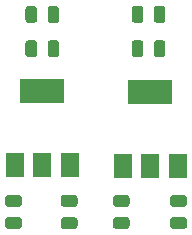
<source format=gbr>
G04 #@! TF.GenerationSoftware,KiCad,Pcbnew,5.1.5-52549c5~86~ubuntu16.04.1*
G04 #@! TF.CreationDate,2020-11-24T20:56:35+05:30*
G04 #@! TF.ProjectId,DC-DC 12V to 3.3V 5V Multi Output Voltage Conversion V1.0,44432d44-4320-4313-9256-20746f20332e,V1.0*
G04 #@! TF.SameCoordinates,Original*
G04 #@! TF.FileFunction,Paste,Top*
G04 #@! TF.FilePolarity,Positive*
%FSLAX46Y46*%
G04 Gerber Fmt 4.6, Leading zero omitted, Abs format (unit mm)*
G04 Created by KiCad (PCBNEW 5.1.5-52549c5~86~ubuntu16.04.1) date 2020-11-24 20:56:35*
%MOMM*%
%LPD*%
G04 APERTURE LIST*
%ADD10R,1.500000X2.000000*%
%ADD11R,3.800000X2.000000*%
%ADD12C,0.100000*%
G04 APERTURE END LIST*
D10*
X141972000Y-91973800D03*
X146572000Y-91973800D03*
X144272000Y-91973800D03*
D11*
X144272000Y-85673800D03*
D10*
X132828000Y-91910300D03*
X137428000Y-91910300D03*
X135128000Y-91910300D03*
D11*
X135128000Y-85610300D03*
D12*
G36*
X145326042Y-78422174D02*
G01*
X145349703Y-78425684D01*
X145372907Y-78431496D01*
X145395429Y-78439554D01*
X145417053Y-78449782D01*
X145437570Y-78462079D01*
X145456783Y-78476329D01*
X145474507Y-78492393D01*
X145490571Y-78510117D01*
X145504821Y-78529330D01*
X145517118Y-78549847D01*
X145527346Y-78571471D01*
X145535404Y-78593993D01*
X145541216Y-78617197D01*
X145544726Y-78640858D01*
X145545900Y-78664750D01*
X145545900Y-79577250D01*
X145544726Y-79601142D01*
X145541216Y-79624803D01*
X145535404Y-79648007D01*
X145527346Y-79670529D01*
X145517118Y-79692153D01*
X145504821Y-79712670D01*
X145490571Y-79731883D01*
X145474507Y-79749607D01*
X145456783Y-79765671D01*
X145437570Y-79779921D01*
X145417053Y-79792218D01*
X145395429Y-79802446D01*
X145372907Y-79810504D01*
X145349703Y-79816316D01*
X145326042Y-79819826D01*
X145302150Y-79821000D01*
X144814650Y-79821000D01*
X144790758Y-79819826D01*
X144767097Y-79816316D01*
X144743893Y-79810504D01*
X144721371Y-79802446D01*
X144699747Y-79792218D01*
X144679230Y-79779921D01*
X144660017Y-79765671D01*
X144642293Y-79749607D01*
X144626229Y-79731883D01*
X144611979Y-79712670D01*
X144599682Y-79692153D01*
X144589454Y-79670529D01*
X144581396Y-79648007D01*
X144575584Y-79624803D01*
X144572074Y-79601142D01*
X144570900Y-79577250D01*
X144570900Y-78664750D01*
X144572074Y-78640858D01*
X144575584Y-78617197D01*
X144581396Y-78593993D01*
X144589454Y-78571471D01*
X144599682Y-78549847D01*
X144611979Y-78529330D01*
X144626229Y-78510117D01*
X144642293Y-78492393D01*
X144660017Y-78476329D01*
X144679230Y-78462079D01*
X144699747Y-78449782D01*
X144721371Y-78439554D01*
X144743893Y-78431496D01*
X144767097Y-78425684D01*
X144790758Y-78422174D01*
X144814650Y-78421000D01*
X145302150Y-78421000D01*
X145326042Y-78422174D01*
G37*
G36*
X143451042Y-78422174D02*
G01*
X143474703Y-78425684D01*
X143497907Y-78431496D01*
X143520429Y-78439554D01*
X143542053Y-78449782D01*
X143562570Y-78462079D01*
X143581783Y-78476329D01*
X143599507Y-78492393D01*
X143615571Y-78510117D01*
X143629821Y-78529330D01*
X143642118Y-78549847D01*
X143652346Y-78571471D01*
X143660404Y-78593993D01*
X143666216Y-78617197D01*
X143669726Y-78640858D01*
X143670900Y-78664750D01*
X143670900Y-79577250D01*
X143669726Y-79601142D01*
X143666216Y-79624803D01*
X143660404Y-79648007D01*
X143652346Y-79670529D01*
X143642118Y-79692153D01*
X143629821Y-79712670D01*
X143615571Y-79731883D01*
X143599507Y-79749607D01*
X143581783Y-79765671D01*
X143562570Y-79779921D01*
X143542053Y-79792218D01*
X143520429Y-79802446D01*
X143497907Y-79810504D01*
X143474703Y-79816316D01*
X143451042Y-79819826D01*
X143427150Y-79821000D01*
X142939650Y-79821000D01*
X142915758Y-79819826D01*
X142892097Y-79816316D01*
X142868893Y-79810504D01*
X142846371Y-79802446D01*
X142824747Y-79792218D01*
X142804230Y-79779921D01*
X142785017Y-79765671D01*
X142767293Y-79749607D01*
X142751229Y-79731883D01*
X142736979Y-79712670D01*
X142724682Y-79692153D01*
X142714454Y-79670529D01*
X142706396Y-79648007D01*
X142700584Y-79624803D01*
X142697074Y-79601142D01*
X142695900Y-79577250D01*
X142695900Y-78664750D01*
X142697074Y-78640858D01*
X142700584Y-78617197D01*
X142706396Y-78593993D01*
X142714454Y-78571471D01*
X142724682Y-78549847D01*
X142736979Y-78529330D01*
X142751229Y-78510117D01*
X142767293Y-78492393D01*
X142785017Y-78476329D01*
X142804230Y-78462079D01*
X142824747Y-78449782D01*
X142846371Y-78439554D01*
X142868893Y-78431496D01*
X142892097Y-78425684D01*
X142915758Y-78422174D01*
X142939650Y-78421000D01*
X143427150Y-78421000D01*
X143451042Y-78422174D01*
G37*
G36*
X136326042Y-78434874D02*
G01*
X136349703Y-78438384D01*
X136372907Y-78444196D01*
X136395429Y-78452254D01*
X136417053Y-78462482D01*
X136437570Y-78474779D01*
X136456783Y-78489029D01*
X136474507Y-78505093D01*
X136490571Y-78522817D01*
X136504821Y-78542030D01*
X136517118Y-78562547D01*
X136527346Y-78584171D01*
X136535404Y-78606693D01*
X136541216Y-78629897D01*
X136544726Y-78653558D01*
X136545900Y-78677450D01*
X136545900Y-79589950D01*
X136544726Y-79613842D01*
X136541216Y-79637503D01*
X136535404Y-79660707D01*
X136527346Y-79683229D01*
X136517118Y-79704853D01*
X136504821Y-79725370D01*
X136490571Y-79744583D01*
X136474507Y-79762307D01*
X136456783Y-79778371D01*
X136437570Y-79792621D01*
X136417053Y-79804918D01*
X136395429Y-79815146D01*
X136372907Y-79823204D01*
X136349703Y-79829016D01*
X136326042Y-79832526D01*
X136302150Y-79833700D01*
X135814650Y-79833700D01*
X135790758Y-79832526D01*
X135767097Y-79829016D01*
X135743893Y-79823204D01*
X135721371Y-79815146D01*
X135699747Y-79804918D01*
X135679230Y-79792621D01*
X135660017Y-79778371D01*
X135642293Y-79762307D01*
X135626229Y-79744583D01*
X135611979Y-79725370D01*
X135599682Y-79704853D01*
X135589454Y-79683229D01*
X135581396Y-79660707D01*
X135575584Y-79637503D01*
X135572074Y-79613842D01*
X135570900Y-79589950D01*
X135570900Y-78677450D01*
X135572074Y-78653558D01*
X135575584Y-78629897D01*
X135581396Y-78606693D01*
X135589454Y-78584171D01*
X135599682Y-78562547D01*
X135611979Y-78542030D01*
X135626229Y-78522817D01*
X135642293Y-78505093D01*
X135660017Y-78489029D01*
X135679230Y-78474779D01*
X135699747Y-78462482D01*
X135721371Y-78452254D01*
X135743893Y-78444196D01*
X135767097Y-78438384D01*
X135790758Y-78434874D01*
X135814650Y-78433700D01*
X136302150Y-78433700D01*
X136326042Y-78434874D01*
G37*
G36*
X134451042Y-78434874D02*
G01*
X134474703Y-78438384D01*
X134497907Y-78444196D01*
X134520429Y-78452254D01*
X134542053Y-78462482D01*
X134562570Y-78474779D01*
X134581783Y-78489029D01*
X134599507Y-78505093D01*
X134615571Y-78522817D01*
X134629821Y-78542030D01*
X134642118Y-78562547D01*
X134652346Y-78584171D01*
X134660404Y-78606693D01*
X134666216Y-78629897D01*
X134669726Y-78653558D01*
X134670900Y-78677450D01*
X134670900Y-79589950D01*
X134669726Y-79613842D01*
X134666216Y-79637503D01*
X134660404Y-79660707D01*
X134652346Y-79683229D01*
X134642118Y-79704853D01*
X134629821Y-79725370D01*
X134615571Y-79744583D01*
X134599507Y-79762307D01*
X134581783Y-79778371D01*
X134562570Y-79792621D01*
X134542053Y-79804918D01*
X134520429Y-79815146D01*
X134497907Y-79823204D01*
X134474703Y-79829016D01*
X134451042Y-79832526D01*
X134427150Y-79833700D01*
X133939650Y-79833700D01*
X133915758Y-79832526D01*
X133892097Y-79829016D01*
X133868893Y-79823204D01*
X133846371Y-79815146D01*
X133824747Y-79804918D01*
X133804230Y-79792621D01*
X133785017Y-79778371D01*
X133767293Y-79762307D01*
X133751229Y-79744583D01*
X133736979Y-79725370D01*
X133724682Y-79704853D01*
X133714454Y-79683229D01*
X133706396Y-79660707D01*
X133700584Y-79637503D01*
X133697074Y-79613842D01*
X133695900Y-79589950D01*
X133695900Y-78677450D01*
X133697074Y-78653558D01*
X133700584Y-78629897D01*
X133706396Y-78606693D01*
X133714454Y-78584171D01*
X133724682Y-78562547D01*
X133736979Y-78542030D01*
X133751229Y-78522817D01*
X133767293Y-78505093D01*
X133785017Y-78489029D01*
X133804230Y-78474779D01*
X133824747Y-78462482D01*
X133846371Y-78452254D01*
X133868893Y-78444196D01*
X133892097Y-78438384D01*
X133915758Y-78434874D01*
X133939650Y-78433700D01*
X134427150Y-78433700D01*
X134451042Y-78434874D01*
G37*
G36*
X147139742Y-94426674D02*
G01*
X147163403Y-94430184D01*
X147186607Y-94435996D01*
X147209129Y-94444054D01*
X147230753Y-94454282D01*
X147251270Y-94466579D01*
X147270483Y-94480829D01*
X147288207Y-94496893D01*
X147304271Y-94514617D01*
X147318521Y-94533830D01*
X147330818Y-94554347D01*
X147341046Y-94575971D01*
X147349104Y-94598493D01*
X147354916Y-94621697D01*
X147358426Y-94645358D01*
X147359600Y-94669250D01*
X147359600Y-95156750D01*
X147358426Y-95180642D01*
X147354916Y-95204303D01*
X147349104Y-95227507D01*
X147341046Y-95250029D01*
X147330818Y-95271653D01*
X147318521Y-95292170D01*
X147304271Y-95311383D01*
X147288207Y-95329107D01*
X147270483Y-95345171D01*
X147251270Y-95359421D01*
X147230753Y-95371718D01*
X147209129Y-95381946D01*
X147186607Y-95390004D01*
X147163403Y-95395816D01*
X147139742Y-95399326D01*
X147115850Y-95400500D01*
X146203350Y-95400500D01*
X146179458Y-95399326D01*
X146155797Y-95395816D01*
X146132593Y-95390004D01*
X146110071Y-95381946D01*
X146088447Y-95371718D01*
X146067930Y-95359421D01*
X146048717Y-95345171D01*
X146030993Y-95329107D01*
X146014929Y-95311383D01*
X146000679Y-95292170D01*
X145988382Y-95271653D01*
X145978154Y-95250029D01*
X145970096Y-95227507D01*
X145964284Y-95204303D01*
X145960774Y-95180642D01*
X145959600Y-95156750D01*
X145959600Y-94669250D01*
X145960774Y-94645358D01*
X145964284Y-94621697D01*
X145970096Y-94598493D01*
X145978154Y-94575971D01*
X145988382Y-94554347D01*
X146000679Y-94533830D01*
X146014929Y-94514617D01*
X146030993Y-94496893D01*
X146048717Y-94480829D01*
X146067930Y-94466579D01*
X146088447Y-94454282D01*
X146110071Y-94444054D01*
X146132593Y-94435996D01*
X146155797Y-94430184D01*
X146179458Y-94426674D01*
X146203350Y-94425500D01*
X147115850Y-94425500D01*
X147139742Y-94426674D01*
G37*
G36*
X147139742Y-96301674D02*
G01*
X147163403Y-96305184D01*
X147186607Y-96310996D01*
X147209129Y-96319054D01*
X147230753Y-96329282D01*
X147251270Y-96341579D01*
X147270483Y-96355829D01*
X147288207Y-96371893D01*
X147304271Y-96389617D01*
X147318521Y-96408830D01*
X147330818Y-96429347D01*
X147341046Y-96450971D01*
X147349104Y-96473493D01*
X147354916Y-96496697D01*
X147358426Y-96520358D01*
X147359600Y-96544250D01*
X147359600Y-97031750D01*
X147358426Y-97055642D01*
X147354916Y-97079303D01*
X147349104Y-97102507D01*
X147341046Y-97125029D01*
X147330818Y-97146653D01*
X147318521Y-97167170D01*
X147304271Y-97186383D01*
X147288207Y-97204107D01*
X147270483Y-97220171D01*
X147251270Y-97234421D01*
X147230753Y-97246718D01*
X147209129Y-97256946D01*
X147186607Y-97265004D01*
X147163403Y-97270816D01*
X147139742Y-97274326D01*
X147115850Y-97275500D01*
X146203350Y-97275500D01*
X146179458Y-97274326D01*
X146155797Y-97270816D01*
X146132593Y-97265004D01*
X146110071Y-97256946D01*
X146088447Y-97246718D01*
X146067930Y-97234421D01*
X146048717Y-97220171D01*
X146030993Y-97204107D01*
X146014929Y-97186383D01*
X146000679Y-97167170D01*
X145988382Y-97146653D01*
X145978154Y-97125029D01*
X145970096Y-97102507D01*
X145964284Y-97079303D01*
X145960774Y-97055642D01*
X145959600Y-97031750D01*
X145959600Y-96544250D01*
X145960774Y-96520358D01*
X145964284Y-96496697D01*
X145970096Y-96473493D01*
X145978154Y-96450971D01*
X145988382Y-96429347D01*
X146000679Y-96408830D01*
X146014929Y-96389617D01*
X146030993Y-96371893D01*
X146048717Y-96355829D01*
X146067930Y-96341579D01*
X146088447Y-96329282D01*
X146110071Y-96319054D01*
X146132593Y-96310996D01*
X146155797Y-96305184D01*
X146179458Y-96301674D01*
X146203350Y-96300500D01*
X147115850Y-96300500D01*
X147139742Y-96301674D01*
G37*
G36*
X142288342Y-94426674D02*
G01*
X142312003Y-94430184D01*
X142335207Y-94435996D01*
X142357729Y-94444054D01*
X142379353Y-94454282D01*
X142399870Y-94466579D01*
X142419083Y-94480829D01*
X142436807Y-94496893D01*
X142452871Y-94514617D01*
X142467121Y-94533830D01*
X142479418Y-94554347D01*
X142489646Y-94575971D01*
X142497704Y-94598493D01*
X142503516Y-94621697D01*
X142507026Y-94645358D01*
X142508200Y-94669250D01*
X142508200Y-95156750D01*
X142507026Y-95180642D01*
X142503516Y-95204303D01*
X142497704Y-95227507D01*
X142489646Y-95250029D01*
X142479418Y-95271653D01*
X142467121Y-95292170D01*
X142452871Y-95311383D01*
X142436807Y-95329107D01*
X142419083Y-95345171D01*
X142399870Y-95359421D01*
X142379353Y-95371718D01*
X142357729Y-95381946D01*
X142335207Y-95390004D01*
X142312003Y-95395816D01*
X142288342Y-95399326D01*
X142264450Y-95400500D01*
X141351950Y-95400500D01*
X141328058Y-95399326D01*
X141304397Y-95395816D01*
X141281193Y-95390004D01*
X141258671Y-95381946D01*
X141237047Y-95371718D01*
X141216530Y-95359421D01*
X141197317Y-95345171D01*
X141179593Y-95329107D01*
X141163529Y-95311383D01*
X141149279Y-95292170D01*
X141136982Y-95271653D01*
X141126754Y-95250029D01*
X141118696Y-95227507D01*
X141112884Y-95204303D01*
X141109374Y-95180642D01*
X141108200Y-95156750D01*
X141108200Y-94669250D01*
X141109374Y-94645358D01*
X141112884Y-94621697D01*
X141118696Y-94598493D01*
X141126754Y-94575971D01*
X141136982Y-94554347D01*
X141149279Y-94533830D01*
X141163529Y-94514617D01*
X141179593Y-94496893D01*
X141197317Y-94480829D01*
X141216530Y-94466579D01*
X141237047Y-94454282D01*
X141258671Y-94444054D01*
X141281193Y-94435996D01*
X141304397Y-94430184D01*
X141328058Y-94426674D01*
X141351950Y-94425500D01*
X142264450Y-94425500D01*
X142288342Y-94426674D01*
G37*
G36*
X142288342Y-96301674D02*
G01*
X142312003Y-96305184D01*
X142335207Y-96310996D01*
X142357729Y-96319054D01*
X142379353Y-96329282D01*
X142399870Y-96341579D01*
X142419083Y-96355829D01*
X142436807Y-96371893D01*
X142452871Y-96389617D01*
X142467121Y-96408830D01*
X142479418Y-96429347D01*
X142489646Y-96450971D01*
X142497704Y-96473493D01*
X142503516Y-96496697D01*
X142507026Y-96520358D01*
X142508200Y-96544250D01*
X142508200Y-97031750D01*
X142507026Y-97055642D01*
X142503516Y-97079303D01*
X142497704Y-97102507D01*
X142489646Y-97125029D01*
X142479418Y-97146653D01*
X142467121Y-97167170D01*
X142452871Y-97186383D01*
X142436807Y-97204107D01*
X142419083Y-97220171D01*
X142399870Y-97234421D01*
X142379353Y-97246718D01*
X142357729Y-97256946D01*
X142335207Y-97265004D01*
X142312003Y-97270816D01*
X142288342Y-97274326D01*
X142264450Y-97275500D01*
X141351950Y-97275500D01*
X141328058Y-97274326D01*
X141304397Y-97270816D01*
X141281193Y-97265004D01*
X141258671Y-97256946D01*
X141237047Y-97246718D01*
X141216530Y-97234421D01*
X141197317Y-97220171D01*
X141179593Y-97204107D01*
X141163529Y-97186383D01*
X141149279Y-97167170D01*
X141136982Y-97146653D01*
X141126754Y-97125029D01*
X141118696Y-97102507D01*
X141112884Y-97079303D01*
X141109374Y-97055642D01*
X141108200Y-97031750D01*
X141108200Y-96544250D01*
X141109374Y-96520358D01*
X141112884Y-96496697D01*
X141118696Y-96473493D01*
X141126754Y-96450971D01*
X141136982Y-96429347D01*
X141149279Y-96408830D01*
X141163529Y-96389617D01*
X141179593Y-96371893D01*
X141197317Y-96355829D01*
X141216530Y-96341579D01*
X141237047Y-96329282D01*
X141258671Y-96319054D01*
X141281193Y-96310996D01*
X141304397Y-96305184D01*
X141328058Y-96301674D01*
X141351950Y-96300500D01*
X142264450Y-96300500D01*
X142288342Y-96301674D01*
G37*
G36*
X133157042Y-94426674D02*
G01*
X133180703Y-94430184D01*
X133203907Y-94435996D01*
X133226429Y-94444054D01*
X133248053Y-94454282D01*
X133268570Y-94466579D01*
X133287783Y-94480829D01*
X133305507Y-94496893D01*
X133321571Y-94514617D01*
X133335821Y-94533830D01*
X133348118Y-94554347D01*
X133358346Y-94575971D01*
X133366404Y-94598493D01*
X133372216Y-94621697D01*
X133375726Y-94645358D01*
X133376900Y-94669250D01*
X133376900Y-95156750D01*
X133375726Y-95180642D01*
X133372216Y-95204303D01*
X133366404Y-95227507D01*
X133358346Y-95250029D01*
X133348118Y-95271653D01*
X133335821Y-95292170D01*
X133321571Y-95311383D01*
X133305507Y-95329107D01*
X133287783Y-95345171D01*
X133268570Y-95359421D01*
X133248053Y-95371718D01*
X133226429Y-95381946D01*
X133203907Y-95390004D01*
X133180703Y-95395816D01*
X133157042Y-95399326D01*
X133133150Y-95400500D01*
X132220650Y-95400500D01*
X132196758Y-95399326D01*
X132173097Y-95395816D01*
X132149893Y-95390004D01*
X132127371Y-95381946D01*
X132105747Y-95371718D01*
X132085230Y-95359421D01*
X132066017Y-95345171D01*
X132048293Y-95329107D01*
X132032229Y-95311383D01*
X132017979Y-95292170D01*
X132005682Y-95271653D01*
X131995454Y-95250029D01*
X131987396Y-95227507D01*
X131981584Y-95204303D01*
X131978074Y-95180642D01*
X131976900Y-95156750D01*
X131976900Y-94669250D01*
X131978074Y-94645358D01*
X131981584Y-94621697D01*
X131987396Y-94598493D01*
X131995454Y-94575971D01*
X132005682Y-94554347D01*
X132017979Y-94533830D01*
X132032229Y-94514617D01*
X132048293Y-94496893D01*
X132066017Y-94480829D01*
X132085230Y-94466579D01*
X132105747Y-94454282D01*
X132127371Y-94444054D01*
X132149893Y-94435996D01*
X132173097Y-94430184D01*
X132196758Y-94426674D01*
X132220650Y-94425500D01*
X133133150Y-94425500D01*
X133157042Y-94426674D01*
G37*
G36*
X133157042Y-96301674D02*
G01*
X133180703Y-96305184D01*
X133203907Y-96310996D01*
X133226429Y-96319054D01*
X133248053Y-96329282D01*
X133268570Y-96341579D01*
X133287783Y-96355829D01*
X133305507Y-96371893D01*
X133321571Y-96389617D01*
X133335821Y-96408830D01*
X133348118Y-96429347D01*
X133358346Y-96450971D01*
X133366404Y-96473493D01*
X133372216Y-96496697D01*
X133375726Y-96520358D01*
X133376900Y-96544250D01*
X133376900Y-97031750D01*
X133375726Y-97055642D01*
X133372216Y-97079303D01*
X133366404Y-97102507D01*
X133358346Y-97125029D01*
X133348118Y-97146653D01*
X133335821Y-97167170D01*
X133321571Y-97186383D01*
X133305507Y-97204107D01*
X133287783Y-97220171D01*
X133268570Y-97234421D01*
X133248053Y-97246718D01*
X133226429Y-97256946D01*
X133203907Y-97265004D01*
X133180703Y-97270816D01*
X133157042Y-97274326D01*
X133133150Y-97275500D01*
X132220650Y-97275500D01*
X132196758Y-97274326D01*
X132173097Y-97270816D01*
X132149893Y-97265004D01*
X132127371Y-97256946D01*
X132105747Y-97246718D01*
X132085230Y-97234421D01*
X132066017Y-97220171D01*
X132048293Y-97204107D01*
X132032229Y-97186383D01*
X132017979Y-97167170D01*
X132005682Y-97146653D01*
X131995454Y-97125029D01*
X131987396Y-97102507D01*
X131981584Y-97079303D01*
X131978074Y-97055642D01*
X131976900Y-97031750D01*
X131976900Y-96544250D01*
X131978074Y-96520358D01*
X131981584Y-96496697D01*
X131987396Y-96473493D01*
X131995454Y-96450971D01*
X132005682Y-96429347D01*
X132017979Y-96408830D01*
X132032229Y-96389617D01*
X132048293Y-96371893D01*
X132066017Y-96355829D01*
X132085230Y-96341579D01*
X132105747Y-96329282D01*
X132127371Y-96319054D01*
X132149893Y-96310996D01*
X132173097Y-96305184D01*
X132196758Y-96301674D01*
X132220650Y-96300500D01*
X133133150Y-96300500D01*
X133157042Y-96301674D01*
G37*
G36*
X137881442Y-94426674D02*
G01*
X137905103Y-94430184D01*
X137928307Y-94435996D01*
X137950829Y-94444054D01*
X137972453Y-94454282D01*
X137992970Y-94466579D01*
X138012183Y-94480829D01*
X138029907Y-94496893D01*
X138045971Y-94514617D01*
X138060221Y-94533830D01*
X138072518Y-94554347D01*
X138082746Y-94575971D01*
X138090804Y-94598493D01*
X138096616Y-94621697D01*
X138100126Y-94645358D01*
X138101300Y-94669250D01*
X138101300Y-95156750D01*
X138100126Y-95180642D01*
X138096616Y-95204303D01*
X138090804Y-95227507D01*
X138082746Y-95250029D01*
X138072518Y-95271653D01*
X138060221Y-95292170D01*
X138045971Y-95311383D01*
X138029907Y-95329107D01*
X138012183Y-95345171D01*
X137992970Y-95359421D01*
X137972453Y-95371718D01*
X137950829Y-95381946D01*
X137928307Y-95390004D01*
X137905103Y-95395816D01*
X137881442Y-95399326D01*
X137857550Y-95400500D01*
X136945050Y-95400500D01*
X136921158Y-95399326D01*
X136897497Y-95395816D01*
X136874293Y-95390004D01*
X136851771Y-95381946D01*
X136830147Y-95371718D01*
X136809630Y-95359421D01*
X136790417Y-95345171D01*
X136772693Y-95329107D01*
X136756629Y-95311383D01*
X136742379Y-95292170D01*
X136730082Y-95271653D01*
X136719854Y-95250029D01*
X136711796Y-95227507D01*
X136705984Y-95204303D01*
X136702474Y-95180642D01*
X136701300Y-95156750D01*
X136701300Y-94669250D01*
X136702474Y-94645358D01*
X136705984Y-94621697D01*
X136711796Y-94598493D01*
X136719854Y-94575971D01*
X136730082Y-94554347D01*
X136742379Y-94533830D01*
X136756629Y-94514617D01*
X136772693Y-94496893D01*
X136790417Y-94480829D01*
X136809630Y-94466579D01*
X136830147Y-94454282D01*
X136851771Y-94444054D01*
X136874293Y-94435996D01*
X136897497Y-94430184D01*
X136921158Y-94426674D01*
X136945050Y-94425500D01*
X137857550Y-94425500D01*
X137881442Y-94426674D01*
G37*
G36*
X137881442Y-96301674D02*
G01*
X137905103Y-96305184D01*
X137928307Y-96310996D01*
X137950829Y-96319054D01*
X137972453Y-96329282D01*
X137992970Y-96341579D01*
X138012183Y-96355829D01*
X138029907Y-96371893D01*
X138045971Y-96389617D01*
X138060221Y-96408830D01*
X138072518Y-96429347D01*
X138082746Y-96450971D01*
X138090804Y-96473493D01*
X138096616Y-96496697D01*
X138100126Y-96520358D01*
X138101300Y-96544250D01*
X138101300Y-97031750D01*
X138100126Y-97055642D01*
X138096616Y-97079303D01*
X138090804Y-97102507D01*
X138082746Y-97125029D01*
X138072518Y-97146653D01*
X138060221Y-97167170D01*
X138045971Y-97186383D01*
X138029907Y-97204107D01*
X138012183Y-97220171D01*
X137992970Y-97234421D01*
X137972453Y-97246718D01*
X137950829Y-97256946D01*
X137928307Y-97265004D01*
X137905103Y-97270816D01*
X137881442Y-97274326D01*
X137857550Y-97275500D01*
X136945050Y-97275500D01*
X136921158Y-97274326D01*
X136897497Y-97270816D01*
X136874293Y-97265004D01*
X136851771Y-97256946D01*
X136830147Y-97246718D01*
X136809630Y-97234421D01*
X136790417Y-97220171D01*
X136772693Y-97204107D01*
X136756629Y-97186383D01*
X136742379Y-97167170D01*
X136730082Y-97146653D01*
X136719854Y-97125029D01*
X136711796Y-97102507D01*
X136705984Y-97079303D01*
X136702474Y-97055642D01*
X136701300Y-97031750D01*
X136701300Y-96544250D01*
X136702474Y-96520358D01*
X136705984Y-96496697D01*
X136711796Y-96473493D01*
X136719854Y-96450971D01*
X136730082Y-96429347D01*
X136742379Y-96408830D01*
X136756629Y-96389617D01*
X136772693Y-96371893D01*
X136790417Y-96355829D01*
X136809630Y-96341579D01*
X136830147Y-96329282D01*
X136851771Y-96319054D01*
X136874293Y-96310996D01*
X136897497Y-96305184D01*
X136921158Y-96301674D01*
X136945050Y-96300500D01*
X137857550Y-96300500D01*
X137881442Y-96301674D01*
G37*
G36*
X134451042Y-81328074D02*
G01*
X134474703Y-81331584D01*
X134497907Y-81337396D01*
X134520429Y-81345454D01*
X134542053Y-81355682D01*
X134562570Y-81367979D01*
X134581783Y-81382229D01*
X134599507Y-81398293D01*
X134615571Y-81416017D01*
X134629821Y-81435230D01*
X134642118Y-81455747D01*
X134652346Y-81477371D01*
X134660404Y-81499893D01*
X134666216Y-81523097D01*
X134669726Y-81546758D01*
X134670900Y-81570650D01*
X134670900Y-82483150D01*
X134669726Y-82507042D01*
X134666216Y-82530703D01*
X134660404Y-82553907D01*
X134652346Y-82576429D01*
X134642118Y-82598053D01*
X134629821Y-82618570D01*
X134615571Y-82637783D01*
X134599507Y-82655507D01*
X134581783Y-82671571D01*
X134562570Y-82685821D01*
X134542053Y-82698118D01*
X134520429Y-82708346D01*
X134497907Y-82716404D01*
X134474703Y-82722216D01*
X134451042Y-82725726D01*
X134427150Y-82726900D01*
X133939650Y-82726900D01*
X133915758Y-82725726D01*
X133892097Y-82722216D01*
X133868893Y-82716404D01*
X133846371Y-82708346D01*
X133824747Y-82698118D01*
X133804230Y-82685821D01*
X133785017Y-82671571D01*
X133767293Y-82655507D01*
X133751229Y-82637783D01*
X133736979Y-82618570D01*
X133724682Y-82598053D01*
X133714454Y-82576429D01*
X133706396Y-82553907D01*
X133700584Y-82530703D01*
X133697074Y-82507042D01*
X133695900Y-82483150D01*
X133695900Y-81570650D01*
X133697074Y-81546758D01*
X133700584Y-81523097D01*
X133706396Y-81499893D01*
X133714454Y-81477371D01*
X133724682Y-81455747D01*
X133736979Y-81435230D01*
X133751229Y-81416017D01*
X133767293Y-81398293D01*
X133785017Y-81382229D01*
X133804230Y-81367979D01*
X133824747Y-81355682D01*
X133846371Y-81345454D01*
X133868893Y-81337396D01*
X133892097Y-81331584D01*
X133915758Y-81328074D01*
X133939650Y-81326900D01*
X134427150Y-81326900D01*
X134451042Y-81328074D01*
G37*
G36*
X136326042Y-81328074D02*
G01*
X136349703Y-81331584D01*
X136372907Y-81337396D01*
X136395429Y-81345454D01*
X136417053Y-81355682D01*
X136437570Y-81367979D01*
X136456783Y-81382229D01*
X136474507Y-81398293D01*
X136490571Y-81416017D01*
X136504821Y-81435230D01*
X136517118Y-81455747D01*
X136527346Y-81477371D01*
X136535404Y-81499893D01*
X136541216Y-81523097D01*
X136544726Y-81546758D01*
X136545900Y-81570650D01*
X136545900Y-82483150D01*
X136544726Y-82507042D01*
X136541216Y-82530703D01*
X136535404Y-82553907D01*
X136527346Y-82576429D01*
X136517118Y-82598053D01*
X136504821Y-82618570D01*
X136490571Y-82637783D01*
X136474507Y-82655507D01*
X136456783Y-82671571D01*
X136437570Y-82685821D01*
X136417053Y-82698118D01*
X136395429Y-82708346D01*
X136372907Y-82716404D01*
X136349703Y-82722216D01*
X136326042Y-82725726D01*
X136302150Y-82726900D01*
X135814650Y-82726900D01*
X135790758Y-82725726D01*
X135767097Y-82722216D01*
X135743893Y-82716404D01*
X135721371Y-82708346D01*
X135699747Y-82698118D01*
X135679230Y-82685821D01*
X135660017Y-82671571D01*
X135642293Y-82655507D01*
X135626229Y-82637783D01*
X135611979Y-82618570D01*
X135599682Y-82598053D01*
X135589454Y-82576429D01*
X135581396Y-82553907D01*
X135575584Y-82530703D01*
X135572074Y-82507042D01*
X135570900Y-82483150D01*
X135570900Y-81570650D01*
X135572074Y-81546758D01*
X135575584Y-81523097D01*
X135581396Y-81499893D01*
X135589454Y-81477371D01*
X135599682Y-81455747D01*
X135611979Y-81435230D01*
X135626229Y-81416017D01*
X135642293Y-81398293D01*
X135660017Y-81382229D01*
X135679230Y-81367979D01*
X135699747Y-81355682D01*
X135721371Y-81345454D01*
X135743893Y-81337396D01*
X135767097Y-81331584D01*
X135790758Y-81328074D01*
X135814650Y-81326900D01*
X136302150Y-81326900D01*
X136326042Y-81328074D01*
G37*
G36*
X143451042Y-81328074D02*
G01*
X143474703Y-81331584D01*
X143497907Y-81337396D01*
X143520429Y-81345454D01*
X143542053Y-81355682D01*
X143562570Y-81367979D01*
X143581783Y-81382229D01*
X143599507Y-81398293D01*
X143615571Y-81416017D01*
X143629821Y-81435230D01*
X143642118Y-81455747D01*
X143652346Y-81477371D01*
X143660404Y-81499893D01*
X143666216Y-81523097D01*
X143669726Y-81546758D01*
X143670900Y-81570650D01*
X143670900Y-82483150D01*
X143669726Y-82507042D01*
X143666216Y-82530703D01*
X143660404Y-82553907D01*
X143652346Y-82576429D01*
X143642118Y-82598053D01*
X143629821Y-82618570D01*
X143615571Y-82637783D01*
X143599507Y-82655507D01*
X143581783Y-82671571D01*
X143562570Y-82685821D01*
X143542053Y-82698118D01*
X143520429Y-82708346D01*
X143497907Y-82716404D01*
X143474703Y-82722216D01*
X143451042Y-82725726D01*
X143427150Y-82726900D01*
X142939650Y-82726900D01*
X142915758Y-82725726D01*
X142892097Y-82722216D01*
X142868893Y-82716404D01*
X142846371Y-82708346D01*
X142824747Y-82698118D01*
X142804230Y-82685821D01*
X142785017Y-82671571D01*
X142767293Y-82655507D01*
X142751229Y-82637783D01*
X142736979Y-82618570D01*
X142724682Y-82598053D01*
X142714454Y-82576429D01*
X142706396Y-82553907D01*
X142700584Y-82530703D01*
X142697074Y-82507042D01*
X142695900Y-82483150D01*
X142695900Y-81570650D01*
X142697074Y-81546758D01*
X142700584Y-81523097D01*
X142706396Y-81499893D01*
X142714454Y-81477371D01*
X142724682Y-81455747D01*
X142736979Y-81435230D01*
X142751229Y-81416017D01*
X142767293Y-81398293D01*
X142785017Y-81382229D01*
X142804230Y-81367979D01*
X142824747Y-81355682D01*
X142846371Y-81345454D01*
X142868893Y-81337396D01*
X142892097Y-81331584D01*
X142915758Y-81328074D01*
X142939650Y-81326900D01*
X143427150Y-81326900D01*
X143451042Y-81328074D01*
G37*
G36*
X145326042Y-81328074D02*
G01*
X145349703Y-81331584D01*
X145372907Y-81337396D01*
X145395429Y-81345454D01*
X145417053Y-81355682D01*
X145437570Y-81367979D01*
X145456783Y-81382229D01*
X145474507Y-81398293D01*
X145490571Y-81416017D01*
X145504821Y-81435230D01*
X145517118Y-81455747D01*
X145527346Y-81477371D01*
X145535404Y-81499893D01*
X145541216Y-81523097D01*
X145544726Y-81546758D01*
X145545900Y-81570650D01*
X145545900Y-82483150D01*
X145544726Y-82507042D01*
X145541216Y-82530703D01*
X145535404Y-82553907D01*
X145527346Y-82576429D01*
X145517118Y-82598053D01*
X145504821Y-82618570D01*
X145490571Y-82637783D01*
X145474507Y-82655507D01*
X145456783Y-82671571D01*
X145437570Y-82685821D01*
X145417053Y-82698118D01*
X145395429Y-82708346D01*
X145372907Y-82716404D01*
X145349703Y-82722216D01*
X145326042Y-82725726D01*
X145302150Y-82726900D01*
X144814650Y-82726900D01*
X144790758Y-82725726D01*
X144767097Y-82722216D01*
X144743893Y-82716404D01*
X144721371Y-82708346D01*
X144699747Y-82698118D01*
X144679230Y-82685821D01*
X144660017Y-82671571D01*
X144642293Y-82655507D01*
X144626229Y-82637783D01*
X144611979Y-82618570D01*
X144599682Y-82598053D01*
X144589454Y-82576429D01*
X144581396Y-82553907D01*
X144575584Y-82530703D01*
X144572074Y-82507042D01*
X144570900Y-82483150D01*
X144570900Y-81570650D01*
X144572074Y-81546758D01*
X144575584Y-81523097D01*
X144581396Y-81499893D01*
X144589454Y-81477371D01*
X144599682Y-81455747D01*
X144611979Y-81435230D01*
X144626229Y-81416017D01*
X144642293Y-81398293D01*
X144660017Y-81382229D01*
X144679230Y-81367979D01*
X144699747Y-81355682D01*
X144721371Y-81345454D01*
X144743893Y-81337396D01*
X144767097Y-81331584D01*
X144790758Y-81328074D01*
X144814650Y-81326900D01*
X145302150Y-81326900D01*
X145326042Y-81328074D01*
G37*
M02*

</source>
